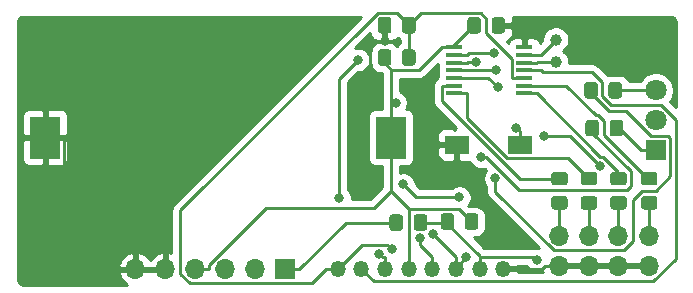
<source format=gbr>
%TF.GenerationSoftware,KiCad,Pcbnew,(5.1.9-0-10_14)*%
%TF.CreationDate,2021-08-27T20:50:13+02:00*%
%TF.ProjectId,HB-SCI-x-MSP,48422d53-4349-42d7-982d-4d53502e6b69,rev?*%
%TF.SameCoordinates,Original*%
%TF.FileFunction,Copper,L1,Top*%
%TF.FilePolarity,Positive*%
%FSLAX46Y46*%
G04 Gerber Fmt 4.6, Leading zero omitted, Abs format (unit mm)*
G04 Created by KiCad (PCBNEW (5.1.9-0-10_14)) date 2021-08-27 20:50:13*
%MOMM*%
%LPD*%
G01*
G04 APERTURE LIST*
%TA.AperFunction,ComponentPad*%
%ADD10O,1.700000X1.700000*%
%TD*%
%TA.AperFunction,SMDPad,CuDef*%
%ADD11R,2.600000X3.600000*%
%TD*%
%TA.AperFunction,ComponentPad*%
%ADD12O,1.350000X1.350000*%
%TD*%
%TA.AperFunction,SMDPad,CuDef*%
%ADD13O,1.350000X1.350000*%
%TD*%
%TA.AperFunction,ComponentPad*%
%ADD14R,1.700000X1.700000*%
%TD*%
%TA.AperFunction,ComponentPad*%
%ADD15C,1.000000*%
%TD*%
%TA.AperFunction,SMDPad,CuDef*%
%ADD16R,1.450000X0.450000*%
%TD*%
%TA.AperFunction,SMDPad,CuDef*%
%ADD17R,2.000000X1.600000*%
%TD*%
%TA.AperFunction,ComponentPad*%
%ADD18C,1.800000*%
%TD*%
%TA.AperFunction,ComponentPad*%
%ADD19R,1.800000X1.800000*%
%TD*%
%TA.AperFunction,ViaPad*%
%ADD20C,0.800000*%
%TD*%
%TA.AperFunction,Conductor*%
%ADD21C,0.250000*%
%TD*%
%TA.AperFunction,Conductor*%
%ADD22C,0.254000*%
%TD*%
%TA.AperFunction,Conductor*%
%ADD23C,0.100000*%
%TD*%
G04 APERTURE END LIST*
%TO.P,R10,2*%
%TO.N,+BATT*%
%TA.AperFunction,SMDPad,CuDef*%
G36*
G01*
X74280000Y-38669999D02*
X74280000Y-39570001D01*
G75*
G02*
X74030001Y-39820000I-249999J0D01*
G01*
X73379999Y-39820000D01*
G75*
G02*
X73130000Y-39570001I0J249999D01*
G01*
X73130000Y-38669999D01*
G75*
G02*
X73379999Y-38420000I249999J0D01*
G01*
X74030001Y-38420000D01*
G75*
G02*
X74280000Y-38669999I0J-249999D01*
G01*
G37*
%TD.AperFunction*%
%TO.P,R10,1*%
%TO.N,MSP_RST*%
%TA.AperFunction,SMDPad,CuDef*%
G36*
G01*
X76330000Y-38669999D02*
X76330000Y-39570001D01*
G75*
G02*
X76080001Y-39820000I-249999J0D01*
G01*
X75429999Y-39820000D01*
G75*
G02*
X75180000Y-39570001I0J249999D01*
G01*
X75180000Y-38669999D01*
G75*
G02*
X75429999Y-38420000I249999J0D01*
G01*
X76080001Y-38420000D01*
G75*
G02*
X76330000Y-38669999I0J-249999D01*
G01*
G37*
%TD.AperFunction*%
%TD*%
%TO.P,C8,2*%
%TO.N,GND*%
%TA.AperFunction,SMDPad,CuDef*%
G36*
G01*
X74270000Y-35939999D02*
X74270000Y-36840001D01*
G75*
G02*
X74020001Y-37090000I-249999J0D01*
G01*
X73369999Y-37090000D01*
G75*
G02*
X73120000Y-36840001I0J249999D01*
G01*
X73120000Y-35939999D01*
G75*
G02*
X73369999Y-35690000I249999J0D01*
G01*
X74020001Y-35690000D01*
G75*
G02*
X74270000Y-35939999I0J-249999D01*
G01*
G37*
%TD.AperFunction*%
%TO.P,C8,1*%
%TO.N,MSP_RST*%
%TA.AperFunction,SMDPad,CuDef*%
G36*
G01*
X76320000Y-35939999D02*
X76320000Y-36840001D01*
G75*
G02*
X76070001Y-37090000I-249999J0D01*
G01*
X75419999Y-37090000D01*
G75*
G02*
X75170000Y-36840001I0J249999D01*
G01*
X75170000Y-35939999D01*
G75*
G02*
X75419999Y-35690000I249999J0D01*
G01*
X76070001Y-35690000D01*
G75*
G02*
X76320000Y-35939999I0J-249999D01*
G01*
G37*
%TD.AperFunction*%
%TD*%
D10*
%TO.P,SW2,8*%
%TO.N,GND*%
X88450000Y-56740000D03*
%TO.P,SW2,7*%
X90970000Y-56740000D03*
%TO.P,SW2,6*%
X93470000Y-56740000D03*
%TO.P,SW2,5*%
X96070000Y-56740000D03*
%TO.P,SW2,1*%
%TO.N,Net-(R3-Pad1)*%
X88470000Y-54200000D03*
%TO.P,SW2,2*%
%TO.N,Net-(R4-Pad1)*%
X90970000Y-54200000D03*
%TO.P,SW2,3*%
%TO.N,Net-(R5-Pad1)*%
X93470000Y-54200000D03*
%TO.P,SW2,4*%
%TO.N,Net-(R6-Pad1)*%
X96070000Y-54200000D03*
%TD*%
D11*
%TO.P,BT1,1*%
%TO.N,+BATT*%
X74250000Y-45900000D03*
%TO.P,BT1,2*%
%TO.N,GND*%
X44950000Y-45900000D03*
%TD*%
D12*
%TO.P,J1,8*%
%TO.N,GND*%
X83740000Y-57000000D03*
D13*
%TO.P,J1,7*%
%TO.N,AVR_RST*%
X81740000Y-57000000D03*
%TO.P,J1,6*%
%TO.N,MOSI*%
X79740000Y-57000000D03*
%TO.P,J1,5*%
%TO.N,MISO*%
X77740000Y-57000000D03*
D12*
%TO.P,J1,4*%
%TO.N,+BATT*%
X75740000Y-57000000D03*
D13*
%TO.P,J1,3*%
%TO.N,SCK*%
X73740000Y-57000000D03*
%TO.P,J1,2*%
%TO.N,TEST*%
X71740000Y-57000000D03*
%TO.P,J1,1*%
%TO.N,MSP_RST*%
X69740000Y-57000000D03*
%TD*%
%TO.P,R9,2*%
%TO.N,+BATT*%
%TA.AperFunction,SMDPad,CuDef*%
G36*
G01*
X80480000Y-53460001D02*
X80480000Y-52559999D01*
G75*
G02*
X80729999Y-52310000I249999J0D01*
G01*
X81380001Y-52310000D01*
G75*
G02*
X81630000Y-52559999I0J-249999D01*
G01*
X81630000Y-53460001D01*
G75*
G02*
X81380001Y-53710000I-249999J0D01*
G01*
X80729999Y-53710000D01*
G75*
G02*
X80480000Y-53460001I0J249999D01*
G01*
G37*
%TD.AperFunction*%
%TO.P,R9,1*%
%TO.N,AVR_RST*%
%TA.AperFunction,SMDPad,CuDef*%
G36*
G01*
X78430000Y-53460001D02*
X78430000Y-52559999D01*
G75*
G02*
X78679999Y-52310000I249999J0D01*
G01*
X79330001Y-52310000D01*
G75*
G02*
X79580000Y-52559999I0J-249999D01*
G01*
X79580000Y-53460001D01*
G75*
G02*
X79330001Y-53710000I-249999J0D01*
G01*
X78679999Y-53710000D01*
G75*
G02*
X78430000Y-53460001I0J249999D01*
G01*
G37*
%TD.AperFunction*%
%TD*%
D10*
%TO.P,J2,6*%
%TO.N,GND*%
X52600000Y-57030000D03*
%TO.P,J2,5*%
X55140000Y-57030000D03*
%TO.P,J2,4*%
%TO.N,+BATT*%
X57680000Y-57030000D03*
%TO.P,J2,3*%
%TO.N,RX*%
X60220000Y-57030000D03*
%TO.P,J2,2*%
%TO.N,TX*%
X62760000Y-57030000D03*
D14*
%TO.P,J2,1*%
%TO.N,DTR*%
X65300000Y-57030000D03*
%TD*%
%TO.P,C5,2*%
%TO.N,AVR_RST*%
%TA.AperFunction,SMDPad,CuDef*%
G36*
G01*
X76160000Y-53550001D02*
X76160000Y-52649999D01*
G75*
G02*
X76409999Y-52400000I249999J0D01*
G01*
X77060001Y-52400000D01*
G75*
G02*
X77310000Y-52649999I0J-249999D01*
G01*
X77310000Y-53550001D01*
G75*
G02*
X77060001Y-53800000I-249999J0D01*
G01*
X76409999Y-53800000D01*
G75*
G02*
X76160000Y-53550001I0J249999D01*
G01*
G37*
%TD.AperFunction*%
%TO.P,C5,1*%
%TO.N,DTR*%
%TA.AperFunction,SMDPad,CuDef*%
G36*
G01*
X74110000Y-53550001D02*
X74110000Y-52649999D01*
G75*
G02*
X74359999Y-52400000I249999J0D01*
G01*
X75010001Y-52400000D01*
G75*
G02*
X75260000Y-52649999I0J-249999D01*
G01*
X75260000Y-53550001D01*
G75*
G02*
X75010001Y-53800000I-249999J0D01*
G01*
X74359999Y-53800000D01*
G75*
G02*
X74110000Y-53550001I0J249999D01*
G01*
G37*
%TD.AperFunction*%
%TD*%
D15*
%TO.P,Y1,2*%
%TO.N,Net-(C6-Pad1)*%
X88200000Y-37600000D03*
%TO.P,Y1,1*%
%TO.N,Net-(C7-Pad1)*%
X88200000Y-39500000D03*
%TD*%
D16*
%TO.P,U2,14*%
%TO.N,GND*%
X85510000Y-38250000D03*
%TO.P,U2,13*%
%TO.N,Net-(C6-Pad1)*%
X85510000Y-38900000D03*
%TO.P,U2,12*%
%TO.N,Net-(C7-Pad1)*%
X85510000Y-39550000D03*
%TO.P,U2,11*%
%TO.N,TEST*%
X85510000Y-40200000D03*
%TO.P,U2,10*%
%TO.N,MSP_RST*%
X85510000Y-40850000D03*
%TO.P,U2,9*%
%TO.N,Net-(R6-Pad2)*%
X85510000Y-41500000D03*
%TO.P,U2,8*%
%TO.N,Net-(R5-Pad2)*%
X85510000Y-42150000D03*
%TO.P,U2,7*%
%TO.N,Net-(R4-Pad2)*%
X79610000Y-42150000D03*
%TO.P,U2,6*%
%TO.N,Net-(R3-Pad2)*%
X79610000Y-41500000D03*
%TO.P,U2,5*%
%TO.N,Net-(U1-Pad24)*%
X79610000Y-40850000D03*
%TO.P,U2,4*%
%TO.N,Net-(U1-Pad25)*%
X79610000Y-40200000D03*
%TO.P,U2,3*%
%TO.N,Net-(U1-Pad26)*%
X79610000Y-39550000D03*
%TO.P,U2,2*%
%TO.N,Net-(U1-Pad27)*%
X79610000Y-38900000D03*
%TO.P,U2,1*%
%TO.N,+BATT*%
X79610000Y-38250000D03*
%TD*%
D17*
%TO.P,SW1,1*%
%TO.N,Net-(SW1-Pad1)*%
X85200000Y-46500000D03*
%TO.P,SW1,2*%
%TO.N,GND*%
X79800000Y-46500000D03*
%TD*%
%TO.P,R6,2*%
%TO.N,Net-(R6-Pad2)*%
%TA.AperFunction,SMDPad,CuDef*%
G36*
G01*
X96550001Y-49950000D02*
X95649999Y-49950000D01*
G75*
G02*
X95400000Y-49700001I0J249999D01*
G01*
X95400000Y-49049999D01*
G75*
G02*
X95649999Y-48800000I249999J0D01*
G01*
X96550001Y-48800000D01*
G75*
G02*
X96800000Y-49049999I0J-249999D01*
G01*
X96800000Y-49700001D01*
G75*
G02*
X96550001Y-49950000I-249999J0D01*
G01*
G37*
%TD.AperFunction*%
%TO.P,R6,1*%
%TO.N,Net-(R6-Pad1)*%
%TA.AperFunction,SMDPad,CuDef*%
G36*
G01*
X96550001Y-52000000D02*
X95649999Y-52000000D01*
G75*
G02*
X95400000Y-51750001I0J249999D01*
G01*
X95400000Y-51099999D01*
G75*
G02*
X95649999Y-50850000I249999J0D01*
G01*
X96550001Y-50850000D01*
G75*
G02*
X96800000Y-51099999I0J-249999D01*
G01*
X96800000Y-51750001D01*
G75*
G02*
X96550001Y-52000000I-249999J0D01*
G01*
G37*
%TD.AperFunction*%
%TD*%
%TO.P,R5,2*%
%TO.N,Net-(R5-Pad2)*%
%TA.AperFunction,SMDPad,CuDef*%
G36*
G01*
X93950001Y-49950000D02*
X93049999Y-49950000D01*
G75*
G02*
X92800000Y-49700001I0J249999D01*
G01*
X92800000Y-49049999D01*
G75*
G02*
X93049999Y-48800000I249999J0D01*
G01*
X93950001Y-48800000D01*
G75*
G02*
X94200000Y-49049999I0J-249999D01*
G01*
X94200000Y-49700001D01*
G75*
G02*
X93950001Y-49950000I-249999J0D01*
G01*
G37*
%TD.AperFunction*%
%TO.P,R5,1*%
%TO.N,Net-(R5-Pad1)*%
%TA.AperFunction,SMDPad,CuDef*%
G36*
G01*
X93950001Y-52000000D02*
X93049999Y-52000000D01*
G75*
G02*
X92800000Y-51750001I0J249999D01*
G01*
X92800000Y-51099999D01*
G75*
G02*
X93049999Y-50850000I249999J0D01*
G01*
X93950001Y-50850000D01*
G75*
G02*
X94200000Y-51099999I0J-249999D01*
G01*
X94200000Y-51750001D01*
G75*
G02*
X93950001Y-52000000I-249999J0D01*
G01*
G37*
%TD.AperFunction*%
%TD*%
%TO.P,R4,2*%
%TO.N,Net-(R4-Pad2)*%
%TA.AperFunction,SMDPad,CuDef*%
G36*
G01*
X91450001Y-49950000D02*
X90549999Y-49950000D01*
G75*
G02*
X90300000Y-49700001I0J249999D01*
G01*
X90300000Y-49049999D01*
G75*
G02*
X90549999Y-48800000I249999J0D01*
G01*
X91450001Y-48800000D01*
G75*
G02*
X91700000Y-49049999I0J-249999D01*
G01*
X91700000Y-49700001D01*
G75*
G02*
X91450001Y-49950000I-249999J0D01*
G01*
G37*
%TD.AperFunction*%
%TO.P,R4,1*%
%TO.N,Net-(R4-Pad1)*%
%TA.AperFunction,SMDPad,CuDef*%
G36*
G01*
X91450001Y-52000000D02*
X90549999Y-52000000D01*
G75*
G02*
X90300000Y-51750001I0J249999D01*
G01*
X90300000Y-51099999D01*
G75*
G02*
X90549999Y-50850000I249999J0D01*
G01*
X91450001Y-50850000D01*
G75*
G02*
X91700000Y-51099999I0J-249999D01*
G01*
X91700000Y-51750001D01*
G75*
G02*
X91450001Y-52000000I-249999J0D01*
G01*
G37*
%TD.AperFunction*%
%TD*%
%TO.P,R3,2*%
%TO.N,Net-(R3-Pad2)*%
%TA.AperFunction,SMDPad,CuDef*%
G36*
G01*
X88950001Y-49950000D02*
X88049999Y-49950000D01*
G75*
G02*
X87800000Y-49700001I0J249999D01*
G01*
X87800000Y-49049999D01*
G75*
G02*
X88049999Y-48800000I249999J0D01*
G01*
X88950001Y-48800000D01*
G75*
G02*
X89200000Y-49049999I0J-249999D01*
G01*
X89200000Y-49700001D01*
G75*
G02*
X88950001Y-49950000I-249999J0D01*
G01*
G37*
%TD.AperFunction*%
%TO.P,R3,1*%
%TO.N,Net-(R3-Pad1)*%
%TA.AperFunction,SMDPad,CuDef*%
G36*
G01*
X88950001Y-52000000D02*
X88049999Y-52000000D01*
G75*
G02*
X87800000Y-51750001I0J249999D01*
G01*
X87800000Y-51099999D01*
G75*
G02*
X88049999Y-50850000I249999J0D01*
G01*
X88950001Y-50850000D01*
G75*
G02*
X89200000Y-51099999I0J-249999D01*
G01*
X89200000Y-51750001D01*
G75*
G02*
X88950001Y-52000000I-249999J0D01*
G01*
G37*
%TD.AperFunction*%
%TD*%
%TO.P,R2,2*%
%TO.N,Net-(R2-Pad2)*%
%TA.AperFunction,SMDPad,CuDef*%
G36*
G01*
X91850000Y-44649999D02*
X91850000Y-45550001D01*
G75*
G02*
X91600001Y-45800000I-249999J0D01*
G01*
X90949999Y-45800000D01*
G75*
G02*
X90700000Y-45550001I0J249999D01*
G01*
X90700000Y-44649999D01*
G75*
G02*
X90949999Y-44400000I249999J0D01*
G01*
X91600001Y-44400000D01*
G75*
G02*
X91850000Y-44649999I0J-249999D01*
G01*
G37*
%TD.AperFunction*%
%TO.P,R2,1*%
%TO.N,Net-(D1-Pad1)*%
%TA.AperFunction,SMDPad,CuDef*%
G36*
G01*
X93900000Y-44649999D02*
X93900000Y-45550001D01*
G75*
G02*
X93650001Y-45800000I-249999J0D01*
G01*
X92999999Y-45800000D01*
G75*
G02*
X92750000Y-45550001I0J249999D01*
G01*
X92750000Y-44649999D01*
G75*
G02*
X92999999Y-44400000I249999J0D01*
G01*
X93650001Y-44400000D01*
G75*
G02*
X93900000Y-44649999I0J-249999D01*
G01*
G37*
%TD.AperFunction*%
%TD*%
%TO.P,R1,2*%
%TO.N,Net-(R1-Pad2)*%
%TA.AperFunction,SMDPad,CuDef*%
G36*
G01*
X91750000Y-41449999D02*
X91750000Y-42350001D01*
G75*
G02*
X91500001Y-42600000I-249999J0D01*
G01*
X90849999Y-42600000D01*
G75*
G02*
X90600000Y-42350001I0J249999D01*
G01*
X90600000Y-41449999D01*
G75*
G02*
X90849999Y-41200000I249999J0D01*
G01*
X91500001Y-41200000D01*
G75*
G02*
X91750000Y-41449999I0J-249999D01*
G01*
G37*
%TD.AperFunction*%
%TO.P,R1,1*%
%TO.N,Net-(D1-Pad3)*%
%TA.AperFunction,SMDPad,CuDef*%
G36*
G01*
X93800000Y-41449999D02*
X93800000Y-42350001D01*
G75*
G02*
X93550001Y-42600000I-249999J0D01*
G01*
X92899999Y-42600000D01*
G75*
G02*
X92650000Y-42350001I0J249999D01*
G01*
X92650000Y-41449999D01*
G75*
G02*
X92899999Y-41200000I249999J0D01*
G01*
X93550001Y-41200000D01*
G75*
G02*
X93800000Y-41449999I0J-249999D01*
G01*
G37*
%TD.AperFunction*%
%TD*%
D18*
%TO.P,D1,3*%
%TO.N,Net-(D1-Pad3)*%
X96660000Y-41910000D03*
%TO.P,D1,2*%
%TO.N,GND*%
X96660000Y-44450000D03*
D19*
%TO.P,D1,1*%
%TO.N,Net-(D1-Pad1)*%
X96660000Y-46990000D03*
%TD*%
%TO.P,C4,2*%
%TO.N,GND*%
%TA.AperFunction,SMDPad,CuDef*%
G36*
G01*
X82750000Y-36850001D02*
X82750000Y-35949999D01*
G75*
G02*
X82999999Y-35700000I249999J0D01*
G01*
X83650001Y-35700000D01*
G75*
G02*
X83900000Y-35949999I0J-249999D01*
G01*
X83900000Y-36850001D01*
G75*
G02*
X83650001Y-37100000I-249999J0D01*
G01*
X82999999Y-37100000D01*
G75*
G02*
X82750000Y-36850001I0J249999D01*
G01*
G37*
%TD.AperFunction*%
%TO.P,C4,1*%
%TO.N,+BATT*%
%TA.AperFunction,SMDPad,CuDef*%
G36*
G01*
X80700000Y-36850001D02*
X80700000Y-35949999D01*
G75*
G02*
X80949999Y-35700000I249999J0D01*
G01*
X81600001Y-35700000D01*
G75*
G02*
X81850000Y-35949999I0J-249999D01*
G01*
X81850000Y-36850001D01*
G75*
G02*
X81600001Y-37100000I-249999J0D01*
G01*
X80949999Y-37100000D01*
G75*
G02*
X80700000Y-36850001I0J249999D01*
G01*
G37*
%TD.AperFunction*%
%TD*%
D20*
%TO.N,+BATT*%
X74635300Y-42957000D03*
%TO.N,GND*%
X85305000Y-36600500D03*
X73708600Y-37695300D03*
X49530000Y-43180000D03*
X49530000Y-44958000D03*
X49530000Y-46736000D03*
X49530000Y-48514000D03*
X95758000Y-37592000D03*
X71628000Y-45974000D03*
X72898000Y-41148000D03*
%TO.N,Net-(D2-Pad2)*%
X71442800Y-39330000D03*
X69874300Y-51020900D03*
%TO.N,Net-(R1-Pad2)*%
X83068000Y-49349300D03*
%TO.N,Net-(R2-Pad2)*%
X81883900Y-47556100D03*
%TO.N,CC1101_PWR*%
X75282000Y-49865000D03*
X80036900Y-50959500D03*
%TO.N,Net-(SW1-Pad1)*%
X84844200Y-45074000D03*
%TO.N,Net-(U1-Pad27)*%
X82926800Y-38739200D03*
%TO.N,Net-(U1-Pad26)*%
X81451000Y-39467300D03*
%TO.N,Net-(U1-Pad25)*%
X83138400Y-40200000D03*
%TO.N,Net-(U1-Pad24)*%
X83275800Y-41637200D03*
%TO.N,SCK*%
X73264200Y-55720300D03*
%TO.N,MISO*%
X76717400Y-54417100D03*
%TO.N,MOSI*%
X80627900Y-56045300D03*
X77834700Y-54036000D03*
%TO.N,AVR_RST*%
X86613000Y-56253900D03*
%TO.N,MSP_RST*%
X74289700Y-55363100D03*
%TO.N,Net-(JP1-Pad2)*%
X91915800Y-48272700D03*
X87152100Y-45754400D03*
%TD*%
D21*
%TO.N,+BATT*%
X74250000Y-42957000D02*
X74250000Y-43774700D01*
X74250000Y-40167200D02*
X74250000Y-42957000D01*
X74635300Y-42957000D02*
X74250000Y-42957000D01*
X74250000Y-48025300D02*
X74250000Y-50398300D01*
X74250000Y-40167200D02*
X73705000Y-39622200D01*
X73705000Y-39622200D02*
X73705000Y-39120000D01*
X78559700Y-38250000D02*
X76642500Y-40167200D01*
X76642500Y-40167200D02*
X74250000Y-40167200D01*
X74250000Y-45900000D02*
X74250000Y-43774700D01*
X79425000Y-38250000D02*
X81275000Y-36400000D01*
X79610000Y-38250000D02*
X79425000Y-38250000D01*
X79084900Y-38250000D02*
X78559700Y-38250000D01*
X79084900Y-38250000D02*
X79425000Y-38250000D01*
X74250000Y-46962600D02*
X74250000Y-45900000D01*
X74250000Y-46962600D02*
X74250000Y-48025300D01*
X74250000Y-50398300D02*
X75796600Y-51944900D01*
X58855300Y-57030000D02*
X58855300Y-56662700D01*
X58855300Y-56662700D02*
X63655600Y-51862400D01*
X63655600Y-51862400D02*
X72785900Y-51862400D01*
X72785900Y-51862400D02*
X74250000Y-50398300D01*
X57680000Y-57030000D02*
X58855300Y-57030000D01*
X75740000Y-57000000D02*
X75740000Y-55999700D01*
X75796600Y-51944900D02*
X75796600Y-55943100D01*
X75796600Y-55943100D02*
X75740000Y-55999700D01*
X81055000Y-53010000D02*
X79989900Y-51944900D01*
X79989900Y-51944900D02*
X75796600Y-51944900D01*
%TO.N,GND*%
X87716100Y-56740000D02*
X87274700Y-56740000D01*
X88450000Y-56740000D02*
X87716100Y-56740000D01*
X79800000Y-46500000D02*
X79800000Y-48260600D01*
X87274700Y-56740000D02*
X87014700Y-57000000D01*
X87014700Y-57000000D02*
X83740000Y-57000000D01*
X90970000Y-56740000D02*
X88450000Y-56740000D01*
X84459700Y-37534700D02*
X84415300Y-37490200D01*
X84415300Y-37490200D02*
X85305000Y-36600500D01*
X73695000Y-36390000D02*
X73695000Y-37681700D01*
X73695000Y-37681700D02*
X73708600Y-37695300D01*
X93470000Y-56740000D02*
X90970000Y-56740000D01*
X96070000Y-56740000D02*
X93470000Y-56740000D01*
X52600000Y-57030000D02*
X52600000Y-55854700D01*
X44950000Y-45900000D02*
X46575300Y-45900000D01*
X46575300Y-45900000D02*
X46575300Y-49830000D01*
X46575300Y-49830000D02*
X52600000Y-55854700D01*
X55140000Y-57030000D02*
X52600000Y-57030000D01*
X85510000Y-36805500D02*
X85305000Y-36600500D01*
X85510000Y-38250000D02*
X85510000Y-36805500D01*
%TO.N,Net-(D1-Pad3)*%
X96660000Y-41910000D02*
X93235000Y-41910000D01*
X93235000Y-41910000D02*
X93225000Y-41900000D01*
%TO.N,Net-(D1-Pad1)*%
X96660000Y-46990000D02*
X95434700Y-46990000D01*
X95434700Y-46990000D02*
X93544700Y-45100000D01*
X93544700Y-45100000D02*
X93325000Y-45100000D01*
%TO.N,Net-(D2-Pad2)*%
X71442800Y-39330000D02*
X69874400Y-40898400D01*
X69874400Y-40898400D02*
X69874400Y-51020900D01*
X69874400Y-51020900D02*
X69874300Y-51020900D01*
%TO.N,Net-(R1-Pad2)*%
X91175000Y-41900000D02*
X91175000Y-42129400D01*
X91175000Y-42129400D02*
X92726300Y-43680700D01*
X92726300Y-43680700D02*
X94155500Y-43680700D01*
X94155500Y-43680700D02*
X96239400Y-45764600D01*
X96239400Y-45764600D02*
X97719800Y-45764600D01*
X97719800Y-45764600D02*
X97885400Y-45930200D01*
X97885400Y-45930200D02*
X97885400Y-49187200D01*
X97885400Y-49187200D02*
X96672600Y-50400000D01*
X96672600Y-50400000D02*
X95506000Y-50400000D01*
X95506000Y-50400000D02*
X94716500Y-51189500D01*
X94716500Y-51189500D02*
X94716500Y-54673100D01*
X94716500Y-54673100D02*
X93981900Y-55407700D01*
X93981900Y-55407700D02*
X88007400Y-55407700D01*
X88007400Y-55407700D02*
X83068000Y-50468300D01*
X83068000Y-50468300D02*
X83068000Y-49349300D01*
%TO.N,Net-(R2-Pad2)*%
X91275000Y-45100000D02*
X91275000Y-45511500D01*
X91275000Y-45511500D02*
X94526400Y-48762900D01*
X94526400Y-48762900D02*
X94526400Y-49978600D01*
X94526400Y-49978600D02*
X94206600Y-50298400D01*
X94206600Y-50298400D02*
X85060900Y-50298400D01*
X85060900Y-50298400D02*
X82318600Y-47556100D01*
X82318600Y-47556100D02*
X81883900Y-47556100D01*
%TO.N,Net-(R3-Pad2)*%
X79610000Y-41500000D02*
X78559700Y-41500000D01*
X78559700Y-41500000D02*
X78559700Y-42813200D01*
X78559700Y-42813200D02*
X85121500Y-49375000D01*
X85121500Y-49375000D02*
X88500000Y-49375000D01*
%TO.N,Net-(R3-Pad1)*%
X88470000Y-54200000D02*
X88470000Y-53024700D01*
X88470000Y-53024700D02*
X88500000Y-52994700D01*
X88500000Y-52994700D02*
X88500000Y-51425000D01*
%TO.N,Net-(R4-Pad2)*%
X91000000Y-49375000D02*
X89261800Y-47636800D01*
X89261800Y-47636800D02*
X84055100Y-47636800D01*
X84055100Y-47636800D02*
X80660300Y-44242000D01*
X80660300Y-44242000D02*
X80660300Y-42150000D01*
X79610000Y-42150000D02*
X80660300Y-42150000D01*
%TO.N,Net-(R4-Pad1)*%
X90970000Y-54200000D02*
X90970000Y-53024700D01*
X90970000Y-53024700D02*
X91000000Y-52994700D01*
X91000000Y-52994700D02*
X91000000Y-51425000D01*
%TO.N,Net-(R5-Pad2)*%
X86560300Y-42150000D02*
X91957700Y-47547400D01*
X91957700Y-47547400D02*
X92216300Y-47547400D01*
X92216300Y-47547400D02*
X93500000Y-48831100D01*
X93500000Y-48831100D02*
X93500000Y-49375000D01*
X85510000Y-42150000D02*
X86560300Y-42150000D01*
%TO.N,Net-(R5-Pad1)*%
X93470000Y-54200000D02*
X93470000Y-53024700D01*
X93470000Y-53024700D02*
X93500000Y-52994700D01*
X93500000Y-52994700D02*
X93500000Y-51425000D01*
%TO.N,Net-(R6-Pad2)*%
X85510000Y-41500000D02*
X89085000Y-41500000D01*
X89085000Y-41500000D02*
X91582600Y-43997600D01*
X91582600Y-43997600D02*
X91762100Y-43997600D01*
X91762100Y-43997600D02*
X92300000Y-44535500D01*
X92300000Y-44535500D02*
X92300000Y-45667700D01*
X92300000Y-45667700D02*
X96007300Y-49375000D01*
X96007300Y-49375000D02*
X96100000Y-49375000D01*
%TO.N,Net-(R6-Pad1)*%
X96070000Y-54200000D02*
X96070000Y-53024700D01*
X96070000Y-53024700D02*
X96100000Y-52994700D01*
X96100000Y-52994700D02*
X96100000Y-51425000D01*
%TO.N,CC1101_PWR*%
X80036900Y-50959500D02*
X76376500Y-50959500D01*
X76376500Y-50959500D02*
X75282000Y-49865000D01*
%TO.N,Net-(SW1-Pad1)*%
X85200000Y-45374700D02*
X84899300Y-45074000D01*
X84899300Y-45074000D02*
X84844200Y-45074000D01*
X85200000Y-46500000D02*
X85200000Y-45374700D01*
%TO.N,Net-(U1-Pad27)*%
X80660300Y-38900000D02*
X80821100Y-38739200D01*
X80821100Y-38739200D02*
X82926800Y-38739200D01*
X79610000Y-38900000D02*
X80660300Y-38900000D01*
%TO.N,Net-(U1-Pad26)*%
X80660300Y-39550000D02*
X80743000Y-39467300D01*
X80743000Y-39467300D02*
X81451000Y-39467300D01*
X79610000Y-39550000D02*
X80660300Y-39550000D01*
%TO.N,Net-(U1-Pad25)*%
X79610000Y-40200000D02*
X83138400Y-40200000D01*
%TO.N,Net-(U1-Pad24)*%
X79610000Y-40850000D02*
X82488600Y-40850000D01*
X82488600Y-40850000D02*
X83275800Y-41637200D01*
%TO.N,SCK*%
X73264200Y-55720300D02*
X73543600Y-55999700D01*
X73543600Y-55999700D02*
X73740000Y-55999700D01*
X73740000Y-57000000D02*
X73740000Y-55999700D01*
%TO.N,MISO*%
X77740000Y-55999700D02*
X76717400Y-54977100D01*
X76717400Y-54977100D02*
X76717400Y-54417100D01*
X77740000Y-57000000D02*
X77740000Y-55999700D01*
%TO.N,MOSI*%
X79740000Y-56499800D02*
X80173400Y-56499800D01*
X80173400Y-56499800D02*
X80627900Y-56045300D01*
X79740000Y-55999700D02*
X77834700Y-54094400D01*
X77834700Y-54094400D02*
X77834700Y-54036000D01*
X79740000Y-56499800D02*
X79740000Y-55999700D01*
X79740000Y-57000000D02*
X79740000Y-56499800D01*
%TO.N,AVR_RST*%
X81740000Y-55999700D02*
X81740000Y-55925000D01*
X81740000Y-55925000D02*
X78915000Y-53100000D01*
X86613000Y-56253900D02*
X86358800Y-55999700D01*
X86358800Y-55999700D02*
X81740000Y-55999700D01*
X78915000Y-53100000D02*
X79005000Y-53010000D01*
X76735000Y-53100000D02*
X78915000Y-53100000D01*
X81740000Y-57000000D02*
X81740000Y-55999700D01*
%TO.N,TEST*%
X71740000Y-57000000D02*
X72794500Y-58054500D01*
X72794500Y-58054500D02*
X96434500Y-58054500D01*
X96434500Y-58054500D02*
X98336400Y-56152600D01*
X98336400Y-56152600D02*
X98336400Y-44377900D01*
X98336400Y-44377900D02*
X97138500Y-43180000D01*
X97138500Y-43180000D02*
X92862500Y-43180000D01*
X92862500Y-43180000D02*
X92076300Y-42393800D01*
X92076300Y-42393800D02*
X92076300Y-41188800D01*
X92076300Y-41188800D02*
X91254100Y-40366600D01*
X91254100Y-40366600D02*
X87131300Y-40366600D01*
X87131300Y-40366600D02*
X86964700Y-40200000D01*
X86964700Y-40200000D02*
X85510000Y-40200000D01*
%TO.N,MSP_RST*%
X74289700Y-55363100D02*
X73907900Y-54981300D01*
X73907900Y-54981300D02*
X71758700Y-54981300D01*
X71758700Y-54981300D02*
X69740000Y-57000000D01*
X75745000Y-36390000D02*
X74704500Y-35349500D01*
X74704500Y-35349500D02*
X73117300Y-35349500D01*
X73117300Y-35349500D02*
X56410000Y-52056800D01*
X56410000Y-52056800D02*
X56410000Y-57436800D01*
X56410000Y-57436800D02*
X57178600Y-58205400D01*
X57178600Y-58205400D02*
X67534300Y-58205400D01*
X67534300Y-58205400D02*
X68739700Y-57000000D01*
X75755000Y-36400000D02*
X75745000Y-36390000D01*
X69740000Y-57000000D02*
X68739700Y-57000000D01*
X84459700Y-40850000D02*
X84459700Y-39237200D01*
X84459700Y-39237200D02*
X82300000Y-37077500D01*
X82300000Y-37077500D02*
X82300000Y-35835000D01*
X82300000Y-35835000D02*
X81819500Y-35354500D01*
X81819500Y-35354500D02*
X76800500Y-35354500D01*
X76800500Y-35354500D02*
X75755000Y-36400000D01*
X85510000Y-40850000D02*
X84459700Y-40850000D01*
X75755000Y-36400000D02*
X75755000Y-39120000D01*
%TO.N,DTR*%
X66475300Y-57030000D02*
X70405300Y-53100000D01*
X70405300Y-53100000D02*
X74685000Y-53100000D01*
X65300000Y-57030000D02*
X66475300Y-57030000D01*
%TO.N,Net-(JP1-Pad2)*%
X87152100Y-45754400D02*
X89397500Y-45754400D01*
X89397500Y-45754400D02*
X91915800Y-48272700D01*
%TO.N,Net-(C6-Pad1)*%
X85510000Y-38900000D02*
X86560300Y-38900000D01*
X86560300Y-38900000D02*
X86900000Y-38900000D01*
X86900000Y-38900000D02*
X88200000Y-37600000D01*
%TO.N,Net-(C7-Pad1)*%
X88200000Y-39500000D02*
X86610300Y-39500000D01*
X86610300Y-39500000D02*
X86560300Y-39550000D01*
X85510000Y-39550000D02*
X86560300Y-39550000D01*
%TD*%
D22*
%TO.N,GND*%
X55899003Y-51492996D02*
X55869999Y-51516799D01*
X55833806Y-51560901D01*
X55775026Y-51632524D01*
X55757643Y-51665046D01*
X55704454Y-51764554D01*
X55660997Y-51907815D01*
X55650000Y-52019468D01*
X55650000Y-52019478D01*
X55646324Y-52056800D01*
X55650000Y-52094123D01*
X55650001Y-55635986D01*
X55644099Y-55633175D01*
X55496890Y-55588524D01*
X55267000Y-55709845D01*
X55267000Y-56903000D01*
X55287000Y-56903000D01*
X55287000Y-57157000D01*
X55267000Y-57157000D01*
X55267000Y-57177000D01*
X55013000Y-57177000D01*
X55013000Y-57157000D01*
X52727000Y-57157000D01*
X52727000Y-57177000D01*
X52473000Y-57177000D01*
X52473000Y-57157000D01*
X51279186Y-57157000D01*
X51158519Y-57386891D01*
X51255843Y-57661252D01*
X51404822Y-57911355D01*
X51599731Y-58127588D01*
X51833080Y-58301641D01*
X51913615Y-58340001D01*
X43122289Y-58340001D01*
X43007094Y-58328706D01*
X42927344Y-58304628D01*
X42853795Y-58265521D01*
X42789237Y-58212869D01*
X42736139Y-58148684D01*
X42696518Y-58075406D01*
X42671885Y-57995829D01*
X42660001Y-57882759D01*
X42660001Y-56673109D01*
X51158519Y-56673109D01*
X51279186Y-56903000D01*
X52473000Y-56903000D01*
X52473000Y-55709845D01*
X52727000Y-55709845D01*
X52727000Y-56903000D01*
X55013000Y-56903000D01*
X55013000Y-55709845D01*
X54783110Y-55588524D01*
X54635901Y-55633175D01*
X54373080Y-55758359D01*
X54139731Y-55932412D01*
X53944822Y-56148645D01*
X53870000Y-56274255D01*
X53795178Y-56148645D01*
X53600269Y-55932412D01*
X53366920Y-55758359D01*
X53104099Y-55633175D01*
X52956890Y-55588524D01*
X52727000Y-55709845D01*
X52473000Y-55709845D01*
X52243110Y-55588524D01*
X52095901Y-55633175D01*
X51833080Y-55758359D01*
X51599731Y-55932412D01*
X51404822Y-56148645D01*
X51255843Y-56398748D01*
X51158519Y-56673109D01*
X42660001Y-56673109D01*
X42660000Y-47700000D01*
X43011928Y-47700000D01*
X43024188Y-47824482D01*
X43060498Y-47944180D01*
X43119463Y-48054494D01*
X43198815Y-48151185D01*
X43295506Y-48230537D01*
X43405820Y-48289502D01*
X43525518Y-48325812D01*
X43650000Y-48338072D01*
X44664250Y-48335000D01*
X44823000Y-48176250D01*
X44823000Y-46027000D01*
X45077000Y-46027000D01*
X45077000Y-48176250D01*
X45235750Y-48335000D01*
X46250000Y-48338072D01*
X46374482Y-48325812D01*
X46494180Y-48289502D01*
X46604494Y-48230537D01*
X46701185Y-48151185D01*
X46780537Y-48054494D01*
X46839502Y-47944180D01*
X46875812Y-47824482D01*
X46888072Y-47700000D01*
X46885000Y-46185750D01*
X46726250Y-46027000D01*
X45077000Y-46027000D01*
X44823000Y-46027000D01*
X43173750Y-46027000D01*
X43015000Y-46185750D01*
X43011928Y-47700000D01*
X42660000Y-47700000D01*
X42660000Y-44100000D01*
X43011928Y-44100000D01*
X43015000Y-45614250D01*
X43173750Y-45773000D01*
X44823000Y-45773000D01*
X44823000Y-43623750D01*
X45077000Y-43623750D01*
X45077000Y-45773000D01*
X46726250Y-45773000D01*
X46885000Y-45614250D01*
X46888072Y-44100000D01*
X46875812Y-43975518D01*
X46839502Y-43855820D01*
X46780537Y-43745506D01*
X46701185Y-43648815D01*
X46604494Y-43569463D01*
X46494180Y-43510498D01*
X46374482Y-43474188D01*
X46250000Y-43461928D01*
X45235750Y-43465000D01*
X45077000Y-43623750D01*
X44823000Y-43623750D01*
X44664250Y-43465000D01*
X43650000Y-43461928D01*
X43525518Y-43474188D01*
X43405820Y-43510498D01*
X43295506Y-43569463D01*
X43198815Y-43648815D01*
X43119463Y-43745506D01*
X43060498Y-43855820D01*
X43024188Y-43975518D01*
X43011928Y-44100000D01*
X42660000Y-44100000D01*
X42659998Y-36122288D01*
X42671293Y-36007094D01*
X42695371Y-35927343D01*
X42734479Y-35853792D01*
X42787130Y-35789236D01*
X42851315Y-35736138D01*
X42924592Y-35696517D01*
X43004171Y-35671884D01*
X43117239Y-35660000D01*
X71731998Y-35660000D01*
X55899003Y-51492996D01*
%TA.AperFunction,Conductor*%
D23*
G36*
X55899003Y-51492996D02*
G01*
X55869999Y-51516799D01*
X55833806Y-51560901D01*
X55775026Y-51632524D01*
X55757643Y-51665046D01*
X55704454Y-51764554D01*
X55660997Y-51907815D01*
X55650000Y-52019468D01*
X55650000Y-52019478D01*
X55646324Y-52056800D01*
X55650000Y-52094123D01*
X55650001Y-55635986D01*
X55644099Y-55633175D01*
X55496890Y-55588524D01*
X55267000Y-55709845D01*
X55267000Y-56903000D01*
X55287000Y-56903000D01*
X55287000Y-57157000D01*
X55267000Y-57157000D01*
X55267000Y-57177000D01*
X55013000Y-57177000D01*
X55013000Y-57157000D01*
X52727000Y-57157000D01*
X52727000Y-57177000D01*
X52473000Y-57177000D01*
X52473000Y-57157000D01*
X51279186Y-57157000D01*
X51158519Y-57386891D01*
X51255843Y-57661252D01*
X51404822Y-57911355D01*
X51599731Y-58127588D01*
X51833080Y-58301641D01*
X51913615Y-58340001D01*
X43122289Y-58340001D01*
X43007094Y-58328706D01*
X42927344Y-58304628D01*
X42853795Y-58265521D01*
X42789237Y-58212869D01*
X42736139Y-58148684D01*
X42696518Y-58075406D01*
X42671885Y-57995829D01*
X42660001Y-57882759D01*
X42660001Y-56673109D01*
X51158519Y-56673109D01*
X51279186Y-56903000D01*
X52473000Y-56903000D01*
X52473000Y-55709845D01*
X52727000Y-55709845D01*
X52727000Y-56903000D01*
X55013000Y-56903000D01*
X55013000Y-55709845D01*
X54783110Y-55588524D01*
X54635901Y-55633175D01*
X54373080Y-55758359D01*
X54139731Y-55932412D01*
X53944822Y-56148645D01*
X53870000Y-56274255D01*
X53795178Y-56148645D01*
X53600269Y-55932412D01*
X53366920Y-55758359D01*
X53104099Y-55633175D01*
X52956890Y-55588524D01*
X52727000Y-55709845D01*
X52473000Y-55709845D01*
X52243110Y-55588524D01*
X52095901Y-55633175D01*
X51833080Y-55758359D01*
X51599731Y-55932412D01*
X51404822Y-56148645D01*
X51255843Y-56398748D01*
X51158519Y-56673109D01*
X42660001Y-56673109D01*
X42660000Y-47700000D01*
X43011928Y-47700000D01*
X43024188Y-47824482D01*
X43060498Y-47944180D01*
X43119463Y-48054494D01*
X43198815Y-48151185D01*
X43295506Y-48230537D01*
X43405820Y-48289502D01*
X43525518Y-48325812D01*
X43650000Y-48338072D01*
X44664250Y-48335000D01*
X44823000Y-48176250D01*
X44823000Y-46027000D01*
X45077000Y-46027000D01*
X45077000Y-48176250D01*
X45235750Y-48335000D01*
X46250000Y-48338072D01*
X46374482Y-48325812D01*
X46494180Y-48289502D01*
X46604494Y-48230537D01*
X46701185Y-48151185D01*
X46780537Y-48054494D01*
X46839502Y-47944180D01*
X46875812Y-47824482D01*
X46888072Y-47700000D01*
X46885000Y-46185750D01*
X46726250Y-46027000D01*
X45077000Y-46027000D01*
X44823000Y-46027000D01*
X43173750Y-46027000D01*
X43015000Y-46185750D01*
X43011928Y-47700000D01*
X42660000Y-47700000D01*
X42660000Y-44100000D01*
X43011928Y-44100000D01*
X43015000Y-45614250D01*
X43173750Y-45773000D01*
X44823000Y-45773000D01*
X44823000Y-43623750D01*
X45077000Y-43623750D01*
X45077000Y-45773000D01*
X46726250Y-45773000D01*
X46885000Y-45614250D01*
X46888072Y-44100000D01*
X46875812Y-43975518D01*
X46839502Y-43855820D01*
X46780537Y-43745506D01*
X46701185Y-43648815D01*
X46604494Y-43569463D01*
X46494180Y-43510498D01*
X46374482Y-43474188D01*
X46250000Y-43461928D01*
X45235750Y-43465000D01*
X45077000Y-43623750D01*
X44823000Y-43623750D01*
X44664250Y-43465000D01*
X43650000Y-43461928D01*
X43525518Y-43474188D01*
X43405820Y-43510498D01*
X43295506Y-43569463D01*
X43198815Y-43648815D01*
X43119463Y-43745506D01*
X43060498Y-43855820D01*
X43024188Y-43975518D01*
X43011928Y-44100000D01*
X42660000Y-44100000D01*
X42659998Y-36122288D01*
X42671293Y-36007094D01*
X42695371Y-35927343D01*
X42734479Y-35853792D01*
X42787130Y-35789236D01*
X42851315Y-35736138D01*
X42924592Y-35696517D01*
X43004171Y-35671884D01*
X43117239Y-35660000D01*
X71731998Y-35660000D01*
X55899003Y-51492996D01*
G37*
%TD.AperFunction*%
D22*
X85809063Y-56913674D02*
X85953226Y-57057837D01*
X86122744Y-57171105D01*
X86311102Y-57249126D01*
X86511061Y-57288900D01*
X86714939Y-57288900D01*
X86914898Y-57249126D01*
X87043609Y-57195812D01*
X87078617Y-57294500D01*
X84986735Y-57294500D01*
X84885085Y-57127000D01*
X83867000Y-57127000D01*
X83867000Y-57147000D01*
X83613000Y-57147000D01*
X83613000Y-57127000D01*
X83593000Y-57127000D01*
X83593000Y-56873000D01*
X83613000Y-56873000D01*
X83613000Y-56853000D01*
X83867000Y-56853000D01*
X83867000Y-56873000D01*
X84885085Y-56873000D01*
X84953843Y-56759700D01*
X85706181Y-56759700D01*
X85809063Y-56913674D01*
%TA.AperFunction,Conductor*%
D23*
G36*
X85809063Y-56913674D02*
G01*
X85953226Y-57057837D01*
X86122744Y-57171105D01*
X86311102Y-57249126D01*
X86511061Y-57288900D01*
X86714939Y-57288900D01*
X86914898Y-57249126D01*
X87043609Y-57195812D01*
X87078617Y-57294500D01*
X84986735Y-57294500D01*
X84885085Y-57127000D01*
X83867000Y-57127000D01*
X83867000Y-57147000D01*
X83613000Y-57147000D01*
X83613000Y-57127000D01*
X83593000Y-57127000D01*
X83593000Y-56873000D01*
X83613000Y-56873000D01*
X83613000Y-56853000D01*
X83867000Y-56853000D01*
X83867000Y-56873000D01*
X84885085Y-56873000D01*
X84953843Y-56759700D01*
X85706181Y-56759700D01*
X85809063Y-56913674D01*
G37*
%TD.AperFunction*%
D22*
X88577000Y-56613000D02*
X90843000Y-56613000D01*
X90843000Y-56593000D01*
X91097000Y-56593000D01*
X91097000Y-56613000D01*
X93343000Y-56613000D01*
X93343000Y-56593000D01*
X93597000Y-56593000D01*
X93597000Y-56613000D01*
X95943000Y-56613000D01*
X95943000Y-56593000D01*
X96197000Y-56593000D01*
X96197000Y-56613000D01*
X96217000Y-56613000D01*
X96217000Y-56867000D01*
X96197000Y-56867000D01*
X96197000Y-56887000D01*
X95943000Y-56887000D01*
X95943000Y-56867000D01*
X93597000Y-56867000D01*
X93597000Y-56887000D01*
X93343000Y-56887000D01*
X93343000Y-56867000D01*
X91097000Y-56867000D01*
X91097000Y-56887000D01*
X90843000Y-56887000D01*
X90843000Y-56867000D01*
X88577000Y-56867000D01*
X88577000Y-56887000D01*
X88323000Y-56887000D01*
X88323000Y-56867000D01*
X88303000Y-56867000D01*
X88303000Y-56613000D01*
X88323000Y-56613000D01*
X88323000Y-56593000D01*
X88577000Y-56593000D01*
X88577000Y-56613000D01*
%TA.AperFunction,Conductor*%
D23*
G36*
X88577000Y-56613000D02*
G01*
X90843000Y-56613000D01*
X90843000Y-56593000D01*
X91097000Y-56593000D01*
X91097000Y-56613000D01*
X93343000Y-56613000D01*
X93343000Y-56593000D01*
X93597000Y-56593000D01*
X93597000Y-56613000D01*
X95943000Y-56613000D01*
X95943000Y-56593000D01*
X96197000Y-56593000D01*
X96197000Y-56613000D01*
X96217000Y-56613000D01*
X96217000Y-56867000D01*
X96197000Y-56867000D01*
X96197000Y-56887000D01*
X95943000Y-56887000D01*
X95943000Y-56867000D01*
X93597000Y-56867000D01*
X93597000Y-56887000D01*
X93343000Y-56887000D01*
X93343000Y-56867000D01*
X91097000Y-56867000D01*
X91097000Y-56887000D01*
X90843000Y-56887000D01*
X90843000Y-56867000D01*
X88577000Y-56867000D01*
X88577000Y-56887000D01*
X88323000Y-56887000D01*
X88323000Y-56867000D01*
X88303000Y-56867000D01*
X88303000Y-56613000D01*
X88323000Y-56613000D01*
X88323000Y-56593000D01*
X88577000Y-56593000D01*
X88577000Y-56613000D01*
G37*
%TD.AperFunction*%
D22*
X78246928Y-39775000D02*
X78256777Y-39875000D01*
X78246928Y-39975000D01*
X78246928Y-40425000D01*
X78256777Y-40525000D01*
X78246928Y-40625000D01*
X78246928Y-40805425D01*
X78135424Y-40865026D01*
X78019699Y-40959999D01*
X77924726Y-41075724D01*
X77854154Y-41207753D01*
X77810697Y-41351014D01*
X77796023Y-41500000D01*
X77799700Y-41537333D01*
X77799701Y-42775868D01*
X77796024Y-42813200D01*
X77799701Y-42850533D01*
X77805461Y-42909009D01*
X77810698Y-42962185D01*
X77854154Y-43105446D01*
X77924726Y-43237476D01*
X77969518Y-43292054D01*
X78019700Y-43353201D01*
X78048698Y-43376999D01*
X79736699Y-45065000D01*
X79672998Y-45065000D01*
X79672998Y-45223748D01*
X79514250Y-45065000D01*
X78800000Y-45061928D01*
X78675518Y-45074188D01*
X78555820Y-45110498D01*
X78445506Y-45169463D01*
X78348815Y-45248815D01*
X78269463Y-45345506D01*
X78210498Y-45455820D01*
X78174188Y-45575518D01*
X78161928Y-45700000D01*
X78165000Y-46214250D01*
X78323750Y-46373000D01*
X79673000Y-46373000D01*
X79673000Y-46353000D01*
X79927000Y-46353000D01*
X79927000Y-46373000D01*
X79947000Y-46373000D01*
X79947000Y-46627000D01*
X79927000Y-46627000D01*
X79927000Y-47776250D01*
X80085750Y-47935000D01*
X80800000Y-47938072D01*
X80917066Y-47926542D01*
X80966695Y-48046356D01*
X81079963Y-48215874D01*
X81224126Y-48360037D01*
X81393644Y-48473305D01*
X81582002Y-48551326D01*
X81781961Y-48591100D01*
X81985839Y-48591100D01*
X82185798Y-48551326D01*
X82223435Y-48535736D01*
X82320644Y-48632945D01*
X82264063Y-48689526D01*
X82150795Y-48859044D01*
X82072774Y-49047402D01*
X82033000Y-49247361D01*
X82033000Y-49451239D01*
X82072774Y-49651198D01*
X82150795Y-49839556D01*
X82264063Y-50009074D01*
X82308000Y-50053011D01*
X82308000Y-50430977D01*
X82304324Y-50468300D01*
X82308000Y-50505622D01*
X82308000Y-50505632D01*
X82318997Y-50617285D01*
X82352461Y-50727603D01*
X82362454Y-50760546D01*
X82433026Y-50892576D01*
X82470552Y-50938301D01*
X82527999Y-51008301D01*
X82557003Y-51032104D01*
X86750963Y-55226066D01*
X86714939Y-55218900D01*
X86511061Y-55218900D01*
X86403061Y-55240382D01*
X86396133Y-55239700D01*
X86396122Y-55239700D01*
X86358800Y-55236024D01*
X86321478Y-55239700D01*
X82129502Y-55239700D01*
X81237874Y-54348072D01*
X81380001Y-54348072D01*
X81553255Y-54331008D01*
X81719851Y-54280472D01*
X81873387Y-54198405D01*
X82007962Y-54087962D01*
X82118405Y-53953387D01*
X82200472Y-53799851D01*
X82251008Y-53633255D01*
X82268072Y-53460001D01*
X82268072Y-52559999D01*
X82251008Y-52386745D01*
X82200472Y-52220149D01*
X82118405Y-52066613D01*
X82007962Y-51932038D01*
X81873387Y-51821595D01*
X81719851Y-51739528D01*
X81553255Y-51688992D01*
X81380001Y-51671928D01*
X80791729Y-51671928D01*
X80789956Y-51670155D01*
X80840837Y-51619274D01*
X80954105Y-51449756D01*
X81032126Y-51261398D01*
X81071900Y-51061439D01*
X81071900Y-50857561D01*
X81032126Y-50657602D01*
X80954105Y-50469244D01*
X80840837Y-50299726D01*
X80696674Y-50155563D01*
X80527156Y-50042295D01*
X80338798Y-49964274D01*
X80138839Y-49924500D01*
X79934961Y-49924500D01*
X79735002Y-49964274D01*
X79546644Y-50042295D01*
X79377126Y-50155563D01*
X79333189Y-50199500D01*
X76691302Y-50199500D01*
X76317000Y-49825199D01*
X76317000Y-49763061D01*
X76277226Y-49563102D01*
X76199205Y-49374744D01*
X76085937Y-49205226D01*
X75941774Y-49061063D01*
X75772256Y-48947795D01*
X75583898Y-48869774D01*
X75383939Y-48830000D01*
X75180061Y-48830000D01*
X75010000Y-48863827D01*
X75010000Y-48338072D01*
X75550000Y-48338072D01*
X75674482Y-48325812D01*
X75794180Y-48289502D01*
X75904494Y-48230537D01*
X76001185Y-48151185D01*
X76080537Y-48054494D01*
X76139502Y-47944180D01*
X76175812Y-47824482D01*
X76188072Y-47700000D01*
X76188072Y-47300000D01*
X78161928Y-47300000D01*
X78174188Y-47424482D01*
X78210498Y-47544180D01*
X78269463Y-47654494D01*
X78348815Y-47751185D01*
X78445506Y-47830537D01*
X78555820Y-47889502D01*
X78675518Y-47925812D01*
X78800000Y-47938072D01*
X79514250Y-47935000D01*
X79673000Y-47776250D01*
X79673000Y-46627000D01*
X78323750Y-46627000D01*
X78165000Y-46785750D01*
X78161928Y-47300000D01*
X76188072Y-47300000D01*
X76188072Y-44100000D01*
X76175812Y-43975518D01*
X76139502Y-43855820D01*
X76080537Y-43745506D01*
X76001185Y-43648815D01*
X75904494Y-43569463D01*
X75794180Y-43510498D01*
X75674482Y-43474188D01*
X75550000Y-43461928D01*
X75542702Y-43461928D01*
X75552505Y-43447256D01*
X75630526Y-43258898D01*
X75670300Y-43058939D01*
X75670300Y-42855061D01*
X75630526Y-42655102D01*
X75552505Y-42466744D01*
X75439237Y-42297226D01*
X75295074Y-42153063D01*
X75125556Y-42039795D01*
X75010000Y-41991930D01*
X75010000Y-40927200D01*
X76605178Y-40927200D01*
X76642500Y-40930876D01*
X76679822Y-40927200D01*
X76679833Y-40927200D01*
X76791486Y-40916203D01*
X76934747Y-40872746D01*
X77066776Y-40802174D01*
X77182501Y-40707201D01*
X77206304Y-40678197D01*
X78246928Y-39637574D01*
X78246928Y-39775000D01*
%TA.AperFunction,Conductor*%
D23*
G36*
X78246928Y-39775000D02*
G01*
X78256777Y-39875000D01*
X78246928Y-39975000D01*
X78246928Y-40425000D01*
X78256777Y-40525000D01*
X78246928Y-40625000D01*
X78246928Y-40805425D01*
X78135424Y-40865026D01*
X78019699Y-40959999D01*
X77924726Y-41075724D01*
X77854154Y-41207753D01*
X77810697Y-41351014D01*
X77796023Y-41500000D01*
X77799700Y-41537333D01*
X77799701Y-42775868D01*
X77796024Y-42813200D01*
X77799701Y-42850533D01*
X77805461Y-42909009D01*
X77810698Y-42962185D01*
X77854154Y-43105446D01*
X77924726Y-43237476D01*
X77969518Y-43292054D01*
X78019700Y-43353201D01*
X78048698Y-43376999D01*
X79736699Y-45065000D01*
X79672998Y-45065000D01*
X79672998Y-45223748D01*
X79514250Y-45065000D01*
X78800000Y-45061928D01*
X78675518Y-45074188D01*
X78555820Y-45110498D01*
X78445506Y-45169463D01*
X78348815Y-45248815D01*
X78269463Y-45345506D01*
X78210498Y-45455820D01*
X78174188Y-45575518D01*
X78161928Y-45700000D01*
X78165000Y-46214250D01*
X78323750Y-46373000D01*
X79673000Y-46373000D01*
X79673000Y-46353000D01*
X79927000Y-46353000D01*
X79927000Y-46373000D01*
X79947000Y-46373000D01*
X79947000Y-46627000D01*
X79927000Y-46627000D01*
X79927000Y-47776250D01*
X80085750Y-47935000D01*
X80800000Y-47938072D01*
X80917066Y-47926542D01*
X80966695Y-48046356D01*
X81079963Y-48215874D01*
X81224126Y-48360037D01*
X81393644Y-48473305D01*
X81582002Y-48551326D01*
X81781961Y-48591100D01*
X81985839Y-48591100D01*
X82185798Y-48551326D01*
X82223435Y-48535736D01*
X82320644Y-48632945D01*
X82264063Y-48689526D01*
X82150795Y-48859044D01*
X82072774Y-49047402D01*
X82033000Y-49247361D01*
X82033000Y-49451239D01*
X82072774Y-49651198D01*
X82150795Y-49839556D01*
X82264063Y-50009074D01*
X82308000Y-50053011D01*
X82308000Y-50430977D01*
X82304324Y-50468300D01*
X82308000Y-50505622D01*
X82308000Y-50505632D01*
X82318997Y-50617285D01*
X82352461Y-50727603D01*
X82362454Y-50760546D01*
X82433026Y-50892576D01*
X82470552Y-50938301D01*
X82527999Y-51008301D01*
X82557003Y-51032104D01*
X86750963Y-55226066D01*
X86714939Y-55218900D01*
X86511061Y-55218900D01*
X86403061Y-55240382D01*
X86396133Y-55239700D01*
X86396122Y-55239700D01*
X86358800Y-55236024D01*
X86321478Y-55239700D01*
X82129502Y-55239700D01*
X81237874Y-54348072D01*
X81380001Y-54348072D01*
X81553255Y-54331008D01*
X81719851Y-54280472D01*
X81873387Y-54198405D01*
X82007962Y-54087962D01*
X82118405Y-53953387D01*
X82200472Y-53799851D01*
X82251008Y-53633255D01*
X82268072Y-53460001D01*
X82268072Y-52559999D01*
X82251008Y-52386745D01*
X82200472Y-52220149D01*
X82118405Y-52066613D01*
X82007962Y-51932038D01*
X81873387Y-51821595D01*
X81719851Y-51739528D01*
X81553255Y-51688992D01*
X81380001Y-51671928D01*
X80791729Y-51671928D01*
X80789956Y-51670155D01*
X80840837Y-51619274D01*
X80954105Y-51449756D01*
X81032126Y-51261398D01*
X81071900Y-51061439D01*
X81071900Y-50857561D01*
X81032126Y-50657602D01*
X80954105Y-50469244D01*
X80840837Y-50299726D01*
X80696674Y-50155563D01*
X80527156Y-50042295D01*
X80338798Y-49964274D01*
X80138839Y-49924500D01*
X79934961Y-49924500D01*
X79735002Y-49964274D01*
X79546644Y-50042295D01*
X79377126Y-50155563D01*
X79333189Y-50199500D01*
X76691302Y-50199500D01*
X76317000Y-49825199D01*
X76317000Y-49763061D01*
X76277226Y-49563102D01*
X76199205Y-49374744D01*
X76085937Y-49205226D01*
X75941774Y-49061063D01*
X75772256Y-48947795D01*
X75583898Y-48869774D01*
X75383939Y-48830000D01*
X75180061Y-48830000D01*
X75010000Y-48863827D01*
X75010000Y-48338072D01*
X75550000Y-48338072D01*
X75674482Y-48325812D01*
X75794180Y-48289502D01*
X75904494Y-48230537D01*
X76001185Y-48151185D01*
X76080537Y-48054494D01*
X76139502Y-47944180D01*
X76175812Y-47824482D01*
X76188072Y-47700000D01*
X76188072Y-47300000D01*
X78161928Y-47300000D01*
X78174188Y-47424482D01*
X78210498Y-47544180D01*
X78269463Y-47654494D01*
X78348815Y-47751185D01*
X78445506Y-47830537D01*
X78555820Y-47889502D01*
X78675518Y-47925812D01*
X78800000Y-47938072D01*
X79514250Y-47935000D01*
X79673000Y-47776250D01*
X79673000Y-46627000D01*
X78323750Y-46627000D01*
X78165000Y-46785750D01*
X78161928Y-47300000D01*
X76188072Y-47300000D01*
X76188072Y-44100000D01*
X76175812Y-43975518D01*
X76139502Y-43855820D01*
X76080537Y-43745506D01*
X76001185Y-43648815D01*
X75904494Y-43569463D01*
X75794180Y-43510498D01*
X75674482Y-43474188D01*
X75550000Y-43461928D01*
X75542702Y-43461928D01*
X75552505Y-43447256D01*
X75630526Y-43258898D01*
X75670300Y-43058939D01*
X75670300Y-42855061D01*
X75630526Y-42655102D01*
X75552505Y-42466744D01*
X75439237Y-42297226D01*
X75295074Y-42153063D01*
X75125556Y-42039795D01*
X75010000Y-41991930D01*
X75010000Y-40927200D01*
X76605178Y-40927200D01*
X76642500Y-40930876D01*
X76679822Y-40927200D01*
X76679833Y-40927200D01*
X76791486Y-40916203D01*
X76934747Y-40872746D01*
X77066776Y-40802174D01*
X77182501Y-40707201D01*
X77206304Y-40678197D01*
X78246928Y-39637574D01*
X78246928Y-39775000D01*
G37*
%TD.AperFunction*%
D22*
X73822000Y-36263000D02*
X73842000Y-36263000D01*
X73842000Y-36517000D01*
X73822000Y-36517000D01*
X73822000Y-37566250D01*
X73980750Y-37725000D01*
X74270000Y-37728072D01*
X74394482Y-37715812D01*
X74514180Y-37679502D01*
X74624494Y-37620537D01*
X74721185Y-37541185D01*
X74786658Y-37461406D01*
X74792038Y-37467962D01*
X74926613Y-37578405D01*
X74995000Y-37614959D01*
X74995001Y-37900386D01*
X74936613Y-37931595D01*
X74802038Y-38042038D01*
X74730000Y-38129816D01*
X74657962Y-38042038D01*
X74523387Y-37931595D01*
X74369851Y-37849528D01*
X74203255Y-37798992D01*
X74030001Y-37781928D01*
X73379999Y-37781928D01*
X73206745Y-37798992D01*
X73040149Y-37849528D01*
X72886613Y-37931595D01*
X72752038Y-38042038D01*
X72641595Y-38176613D01*
X72559528Y-38330149D01*
X72508992Y-38496745D01*
X72491928Y-38669999D01*
X72491928Y-39570001D01*
X72508992Y-39743255D01*
X72559528Y-39909851D01*
X72641595Y-40063387D01*
X72752038Y-40197962D01*
X72886613Y-40308405D01*
X73040149Y-40390472D01*
X73206745Y-40441008D01*
X73379999Y-40458072D01*
X73466070Y-40458072D01*
X73490000Y-40482002D01*
X73490001Y-42919657D01*
X73486323Y-42957000D01*
X73490000Y-42994333D01*
X73490000Y-43461928D01*
X72950000Y-43461928D01*
X72825518Y-43474188D01*
X72705820Y-43510498D01*
X72595506Y-43569463D01*
X72498815Y-43648815D01*
X72419463Y-43745506D01*
X72360498Y-43855820D01*
X72324188Y-43975518D01*
X72311928Y-44100000D01*
X72311928Y-47700000D01*
X72324188Y-47824482D01*
X72360498Y-47944180D01*
X72419463Y-48054494D01*
X72498815Y-48151185D01*
X72595506Y-48230537D01*
X72705820Y-48289502D01*
X72825518Y-48325812D01*
X72950000Y-48338072D01*
X73490000Y-48338072D01*
X73490001Y-50083497D01*
X72471099Y-51102400D01*
X70909300Y-51102400D01*
X70909300Y-50918961D01*
X70869526Y-50719002D01*
X70791505Y-50530644D01*
X70678237Y-50361126D01*
X70634400Y-50317289D01*
X70634400Y-41213201D01*
X71482602Y-40365000D01*
X71544739Y-40365000D01*
X71744698Y-40325226D01*
X71933056Y-40247205D01*
X72102574Y-40133937D01*
X72246737Y-39989774D01*
X72360005Y-39820256D01*
X72438026Y-39631898D01*
X72477800Y-39431939D01*
X72477800Y-39228061D01*
X72438026Y-39028102D01*
X72360005Y-38839744D01*
X72246737Y-38670226D01*
X72102574Y-38526063D01*
X71933056Y-38412795D01*
X71744698Y-38334774D01*
X71544739Y-38295000D01*
X71340861Y-38295000D01*
X71223197Y-38318405D01*
X72482155Y-37059447D01*
X72481928Y-37090000D01*
X72494188Y-37214482D01*
X72530498Y-37334180D01*
X72589463Y-37444494D01*
X72668815Y-37541185D01*
X72765506Y-37620537D01*
X72875820Y-37679502D01*
X72995518Y-37715812D01*
X73120000Y-37728072D01*
X73409250Y-37725000D01*
X73568000Y-37566250D01*
X73568000Y-36517000D01*
X73548000Y-36517000D01*
X73548000Y-36263000D01*
X73568000Y-36263000D01*
X73568000Y-36243000D01*
X73822000Y-36243000D01*
X73822000Y-36263000D01*
%TA.AperFunction,Conductor*%
D23*
G36*
X73822000Y-36263000D02*
G01*
X73842000Y-36263000D01*
X73842000Y-36517000D01*
X73822000Y-36517000D01*
X73822000Y-37566250D01*
X73980750Y-37725000D01*
X74270000Y-37728072D01*
X74394482Y-37715812D01*
X74514180Y-37679502D01*
X74624494Y-37620537D01*
X74721185Y-37541185D01*
X74786658Y-37461406D01*
X74792038Y-37467962D01*
X74926613Y-37578405D01*
X74995000Y-37614959D01*
X74995001Y-37900386D01*
X74936613Y-37931595D01*
X74802038Y-38042038D01*
X74730000Y-38129816D01*
X74657962Y-38042038D01*
X74523387Y-37931595D01*
X74369851Y-37849528D01*
X74203255Y-37798992D01*
X74030001Y-37781928D01*
X73379999Y-37781928D01*
X73206745Y-37798992D01*
X73040149Y-37849528D01*
X72886613Y-37931595D01*
X72752038Y-38042038D01*
X72641595Y-38176613D01*
X72559528Y-38330149D01*
X72508992Y-38496745D01*
X72491928Y-38669999D01*
X72491928Y-39570001D01*
X72508992Y-39743255D01*
X72559528Y-39909851D01*
X72641595Y-40063387D01*
X72752038Y-40197962D01*
X72886613Y-40308405D01*
X73040149Y-40390472D01*
X73206745Y-40441008D01*
X73379999Y-40458072D01*
X73466070Y-40458072D01*
X73490000Y-40482002D01*
X73490001Y-42919657D01*
X73486323Y-42957000D01*
X73490000Y-42994333D01*
X73490000Y-43461928D01*
X72950000Y-43461928D01*
X72825518Y-43474188D01*
X72705820Y-43510498D01*
X72595506Y-43569463D01*
X72498815Y-43648815D01*
X72419463Y-43745506D01*
X72360498Y-43855820D01*
X72324188Y-43975518D01*
X72311928Y-44100000D01*
X72311928Y-47700000D01*
X72324188Y-47824482D01*
X72360498Y-47944180D01*
X72419463Y-48054494D01*
X72498815Y-48151185D01*
X72595506Y-48230537D01*
X72705820Y-48289502D01*
X72825518Y-48325812D01*
X72950000Y-48338072D01*
X73490000Y-48338072D01*
X73490001Y-50083497D01*
X72471099Y-51102400D01*
X70909300Y-51102400D01*
X70909300Y-50918961D01*
X70869526Y-50719002D01*
X70791505Y-50530644D01*
X70678237Y-50361126D01*
X70634400Y-50317289D01*
X70634400Y-41213201D01*
X71482602Y-40365000D01*
X71544739Y-40365000D01*
X71744698Y-40325226D01*
X71933056Y-40247205D01*
X72102574Y-40133937D01*
X72246737Y-39989774D01*
X72360005Y-39820256D01*
X72438026Y-39631898D01*
X72477800Y-39431939D01*
X72477800Y-39228061D01*
X72438026Y-39028102D01*
X72360005Y-38839744D01*
X72246737Y-38670226D01*
X72102574Y-38526063D01*
X71933056Y-38412795D01*
X71744698Y-38334774D01*
X71544739Y-38295000D01*
X71340861Y-38295000D01*
X71223197Y-38318405D01*
X72482155Y-37059447D01*
X72481928Y-37090000D01*
X72494188Y-37214482D01*
X72530498Y-37334180D01*
X72589463Y-37444494D01*
X72668815Y-37541185D01*
X72765506Y-37620537D01*
X72875820Y-37679502D01*
X72995518Y-37715812D01*
X73120000Y-37728072D01*
X73409250Y-37725000D01*
X73568000Y-37566250D01*
X73568000Y-36517000D01*
X73548000Y-36517000D01*
X73548000Y-36263000D01*
X73568000Y-36263000D01*
X73568000Y-36243000D01*
X73822000Y-36243000D01*
X73822000Y-36263000D01*
G37*
%TD.AperFunction*%
D22*
X96853748Y-44435858D02*
X96839605Y-44450000D01*
X96853748Y-44464143D01*
X96674143Y-44643748D01*
X96660000Y-44629605D01*
X96645858Y-44643748D01*
X96466253Y-44464143D01*
X96480395Y-44450000D01*
X96466253Y-44435858D01*
X96645858Y-44256253D01*
X96660000Y-44270395D01*
X96674143Y-44256253D01*
X96853748Y-44435858D01*
%TA.AperFunction,Conductor*%
D23*
G36*
X96853748Y-44435858D02*
G01*
X96839605Y-44450000D01*
X96853748Y-44464143D01*
X96674143Y-44643748D01*
X96660000Y-44629605D01*
X96645858Y-44643748D01*
X96466253Y-44464143D01*
X96480395Y-44450000D01*
X96466253Y-44435858D01*
X96645858Y-44256253D01*
X96660000Y-44270395D01*
X96674143Y-44256253D01*
X96853748Y-44435858D01*
G37*
%TD.AperFunction*%
D22*
X97992905Y-35671294D02*
X98072656Y-35695372D01*
X98146207Y-35734480D01*
X98210763Y-35787131D01*
X98263861Y-35851316D01*
X98303482Y-35924593D01*
X98328115Y-36004172D01*
X98339999Y-36117240D01*
X98340000Y-43306698D01*
X97880148Y-42846846D01*
X98020299Y-42637095D01*
X98136011Y-42357743D01*
X98195000Y-42061184D01*
X98195000Y-41758816D01*
X98136011Y-41462257D01*
X98020299Y-41182905D01*
X97852312Y-40931495D01*
X97638505Y-40717688D01*
X97387095Y-40549701D01*
X97107743Y-40433989D01*
X96811184Y-40375000D01*
X96508816Y-40375000D01*
X96212257Y-40433989D01*
X95932905Y-40549701D01*
X95681495Y-40717688D01*
X95467688Y-40931495D01*
X95321687Y-41150000D01*
X94382561Y-41150000D01*
X94370472Y-41110149D01*
X94288405Y-40956613D01*
X94177962Y-40822038D01*
X94043387Y-40711595D01*
X93889851Y-40629528D01*
X93723255Y-40578992D01*
X93550001Y-40561928D01*
X92899999Y-40561928D01*
X92726745Y-40578992D01*
X92584457Y-40622154D01*
X91817903Y-39855602D01*
X91794101Y-39826599D01*
X91678376Y-39731626D01*
X91546347Y-39661054D01*
X91403086Y-39617597D01*
X91291433Y-39606600D01*
X91291422Y-39606600D01*
X91254100Y-39602924D01*
X91216778Y-39606600D01*
X89335000Y-39606600D01*
X89335000Y-39388212D01*
X89291383Y-39168933D01*
X89205824Y-38962376D01*
X89081612Y-38776480D01*
X88923520Y-38618388D01*
X88821170Y-38550000D01*
X88923520Y-38481612D01*
X89081612Y-38323520D01*
X89205824Y-38137624D01*
X89291383Y-37931067D01*
X89335000Y-37711788D01*
X89335000Y-37488212D01*
X89291383Y-37268933D01*
X89205824Y-37062376D01*
X89081612Y-36876480D01*
X88923520Y-36718388D01*
X88737624Y-36594176D01*
X88531067Y-36508617D01*
X88311788Y-36465000D01*
X88088212Y-36465000D01*
X87868933Y-36508617D01*
X87662376Y-36594176D01*
X87476480Y-36718388D01*
X87318388Y-36876480D01*
X87194176Y-37062376D01*
X87108617Y-37268933D01*
X87065000Y-37488212D01*
X87065000Y-37660198D01*
X86852868Y-37872331D01*
X86820715Y-37771873D01*
X86760078Y-37662469D01*
X86679263Y-37566997D01*
X86581375Y-37489126D01*
X86470175Y-37431849D01*
X86349939Y-37397366D01*
X86225285Y-37387002D01*
X85795750Y-37390000D01*
X85637000Y-37548750D01*
X85637000Y-38036928D01*
X85383000Y-38036928D01*
X85383000Y-37548750D01*
X85224250Y-37390000D01*
X84794715Y-37387002D01*
X84670061Y-37397366D01*
X84549825Y-37431849D01*
X84438625Y-37489126D01*
X84340737Y-37566997D01*
X84259922Y-37662469D01*
X84199285Y-37771873D01*
X84167739Y-37870437D01*
X84023236Y-37725935D01*
X84024482Y-37725812D01*
X84144180Y-37689502D01*
X84254494Y-37630537D01*
X84351185Y-37551185D01*
X84430537Y-37454494D01*
X84489502Y-37344180D01*
X84525812Y-37224482D01*
X84538072Y-37100000D01*
X84535000Y-36685750D01*
X84376250Y-36527000D01*
X83452000Y-36527000D01*
X83452000Y-36547000D01*
X83198000Y-36547000D01*
X83198000Y-36527000D01*
X83178000Y-36527000D01*
X83178000Y-36273000D01*
X83198000Y-36273000D01*
X83198000Y-36253000D01*
X83452000Y-36253000D01*
X83452000Y-36273000D01*
X84376250Y-36273000D01*
X84535000Y-36114250D01*
X84538072Y-35700000D01*
X84534132Y-35660000D01*
X97877721Y-35660000D01*
X97992905Y-35671294D01*
%TA.AperFunction,Conductor*%
D23*
G36*
X97992905Y-35671294D02*
G01*
X98072656Y-35695372D01*
X98146207Y-35734480D01*
X98210763Y-35787131D01*
X98263861Y-35851316D01*
X98303482Y-35924593D01*
X98328115Y-36004172D01*
X98339999Y-36117240D01*
X98340000Y-43306698D01*
X97880148Y-42846846D01*
X98020299Y-42637095D01*
X98136011Y-42357743D01*
X98195000Y-42061184D01*
X98195000Y-41758816D01*
X98136011Y-41462257D01*
X98020299Y-41182905D01*
X97852312Y-40931495D01*
X97638505Y-40717688D01*
X97387095Y-40549701D01*
X97107743Y-40433989D01*
X96811184Y-40375000D01*
X96508816Y-40375000D01*
X96212257Y-40433989D01*
X95932905Y-40549701D01*
X95681495Y-40717688D01*
X95467688Y-40931495D01*
X95321687Y-41150000D01*
X94382561Y-41150000D01*
X94370472Y-41110149D01*
X94288405Y-40956613D01*
X94177962Y-40822038D01*
X94043387Y-40711595D01*
X93889851Y-40629528D01*
X93723255Y-40578992D01*
X93550001Y-40561928D01*
X92899999Y-40561928D01*
X92726745Y-40578992D01*
X92584457Y-40622154D01*
X91817903Y-39855602D01*
X91794101Y-39826599D01*
X91678376Y-39731626D01*
X91546347Y-39661054D01*
X91403086Y-39617597D01*
X91291433Y-39606600D01*
X91291422Y-39606600D01*
X91254100Y-39602924D01*
X91216778Y-39606600D01*
X89335000Y-39606600D01*
X89335000Y-39388212D01*
X89291383Y-39168933D01*
X89205824Y-38962376D01*
X89081612Y-38776480D01*
X88923520Y-38618388D01*
X88821170Y-38550000D01*
X88923520Y-38481612D01*
X89081612Y-38323520D01*
X89205824Y-38137624D01*
X89291383Y-37931067D01*
X89335000Y-37711788D01*
X89335000Y-37488212D01*
X89291383Y-37268933D01*
X89205824Y-37062376D01*
X89081612Y-36876480D01*
X88923520Y-36718388D01*
X88737624Y-36594176D01*
X88531067Y-36508617D01*
X88311788Y-36465000D01*
X88088212Y-36465000D01*
X87868933Y-36508617D01*
X87662376Y-36594176D01*
X87476480Y-36718388D01*
X87318388Y-36876480D01*
X87194176Y-37062376D01*
X87108617Y-37268933D01*
X87065000Y-37488212D01*
X87065000Y-37660198D01*
X86852868Y-37872331D01*
X86820715Y-37771873D01*
X86760078Y-37662469D01*
X86679263Y-37566997D01*
X86581375Y-37489126D01*
X86470175Y-37431849D01*
X86349939Y-37397366D01*
X86225285Y-37387002D01*
X85795750Y-37390000D01*
X85637000Y-37548750D01*
X85637000Y-38036928D01*
X85383000Y-38036928D01*
X85383000Y-37548750D01*
X85224250Y-37390000D01*
X84794715Y-37387002D01*
X84670061Y-37397366D01*
X84549825Y-37431849D01*
X84438625Y-37489126D01*
X84340737Y-37566997D01*
X84259922Y-37662469D01*
X84199285Y-37771873D01*
X84167739Y-37870437D01*
X84023236Y-37725935D01*
X84024482Y-37725812D01*
X84144180Y-37689502D01*
X84254494Y-37630537D01*
X84351185Y-37551185D01*
X84430537Y-37454494D01*
X84489502Y-37344180D01*
X84525812Y-37224482D01*
X84538072Y-37100000D01*
X84535000Y-36685750D01*
X84376250Y-36527000D01*
X83452000Y-36527000D01*
X83452000Y-36547000D01*
X83198000Y-36547000D01*
X83198000Y-36527000D01*
X83178000Y-36527000D01*
X83178000Y-36273000D01*
X83198000Y-36273000D01*
X83198000Y-36253000D01*
X83452000Y-36253000D01*
X83452000Y-36273000D01*
X84376250Y-36273000D01*
X84535000Y-36114250D01*
X84538072Y-35700000D01*
X84534132Y-35660000D01*
X97877721Y-35660000D01*
X97992905Y-35671294D01*
G37*
%TD.AperFunction*%
%TD*%
M02*

</source>
